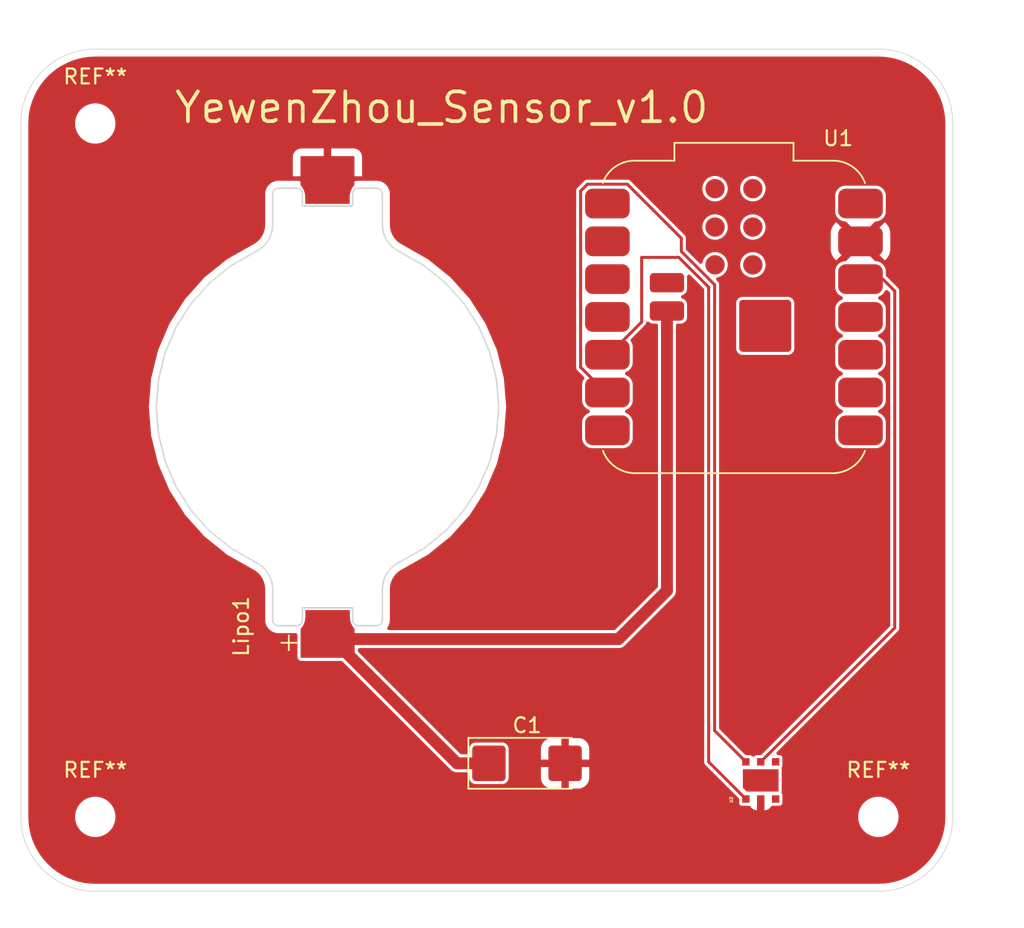
<source format=kicad_pcb>
(kicad_pcb (version 20241229) (generator "pcbnew") (generator_version "9.0")
  (layers (0 "F.Cu" signal) (2 "B.Cu" signal) (13 "F.Paste" user) (15 "B.Paste" user) (5 "F.SilkS" user "F.Silkscreen") (7 "B.SilkS" user "B.Silkscreen") (1 "F.Mask" user) (3 "B.Mask" user) (25 "Edge.Cuts" user))
  (net 0 "")
  (net 1 "Net-(U1-VCC_3V3)")
  (net 3 "GND")
  (net 5 "Net-(U1-D4)")
  (net 6 "Net-(U1-D5)")
  (net 13 "unconnected-(U1-D6-Pad7)")
  (net 17 "VCC")
  (footprint "MountingHole:MountingHole_2.2mm_M2" (layer "F.Cu") (at 86 114.2)
    (property "Reference" "REF**" (at 0 -3.15 0) (layer "F.SilkS"))
    (property "Value" "MountingHole_2.2mm_M2")
    (pad "" np_thru_hole circle (at 0 0) (size 2.2 2.2) (drill 2.2) (layers "*.Cu" "*.Mask"))
  )
  (footprint "MountingHole:MountingHole_2.2mm_M2" (layer "F.Cu") (at 138.6 114.2)
    (property "Reference" "REF**" (at 0 -3.15 0) (layer "F.SilkS"))
    (property "Value" "MountingHole_2.2mm_M2" (hide yes))
    (pad "" np_thru_hole circle (at 0 0) (size 2.2 2.2) (drill 2.2) (layers "*.Cu" "*.Mask"))
  )
  (footprint "Capacitor_Tantalum_SMD:CP_EIA-6032-28_Kemet-C_HandSolder" (layer "F.Cu") (at 115 110.6)
    (property "Reference" "C1" (at 0 -2.55 0) (layer "F.SilkS"))
    (property "Value" "C_Polarized_US")
    (fp_line (start -3.94 -1.71) (end -3.94 1.71) (stroke (width 0.12)) (layer "F.SilkS"))
    (fp_line (start -3.94 1.71) (end 3 1.71) (stroke (width 0.12)) (layer "F.SilkS"))
    (fp_line (start 3 -1.71) (end -3.94 -1.71) (stroke (width 0.12)) (layer "F.SilkS"))
    (pad "1" smd roundrect (at -2.5575 0) (size 2.245 2.39) (layers "F.Cu" "F.Mask" "F.Paste") (roundrect_rratio 0.111359) (net 17 "VCC"))
    (pad "2" smd roundrect (at 2.5575 0) (size 2.245 2.39) (layers "F.Cu" "F.Mask" "F.Paste") (roundrect_rratio 0.111359) (net 3 "GND"))
  )
  (footprint "HTU21D:QFN100P300X300X100-7N" (layer "F.Cu") (at 130.7 111.75 90)
    (property "Reference" "U2" (at -1.3 -1.980398 90) (layer "F.SilkS") (effects (font (size 0.200343 0.200343))))
    (property "Value" "HTU21D")
    (pad "1" smd rect (at -1.25 -1 90) (size 0.5 0.5) (layers "F.Cu" "F.Mask" "F.Paste") (net 5 "Net-(U1-D4)"))
    (pad "2" smd rect (at -1.25 0 90) (size 0.5 0.5) (layers "F.Cu" "F.Mask" "F.Paste") (net 3 "GND"))
    (pad "3" smd rect (at -1.25 1 90) (size 0.5 0.5) (layers "F.Cu" "F.Mask" "F.Paste"))
    (pad "4" smd rect (at 1.25 1 90) (size 0.5 0.5) (layers "F.Cu" "F.Mask" "F.Paste"))
    (pad "5" smd rect (at 1.25 0 90) (size 0.5 0.5) (layers "F.Cu" "F.Mask" "F.Paste") (net 1 "Net-(U1-VCC_3V3)"))
    (pad "6" smd rect (at 1.25 -1 90) (size 0.5 0.5) (layers "F.Cu" "F.Mask" "F.Paste") (net 6 "Net-(U1-D5)"))
    (pad "PAD" smd custom (at 0 0.2 90) (size 1.5 2) (layers "F.Cu" "F.Mask" "F.Paste") (options (clearance outline) (anchor rect)) (primitives (gr_poly (pts (xy -0.75 1) (xy 0.75 1) (xy 0.75 -1.4) (xy -0.5 -1.4) (xy -0.75 -1.15)) (width 0) (fill yes))))
  )
  (footprint "RF_Module:MCU_Seeed_ESP32C3" (layer "F.Cu") (at 128.9 80.6)
    (property "Reference" "U1" (at 7 -12 0) (layer "F.SilkS"))
    (property "Value" "XIAO ESP32C3")
    (fp_line (start -6.7 10.5) (end 6.7 10.5) (stroke (width 0.12)) (layer "F.SilkS"))
    (fp_line (start -4 -11.7) (end 4 -11.7) (stroke (width 0.12)) (layer "F.SilkS"))
    (fp_line (start -4 -10.5) (end -6.6 -10.5) (stroke (width 0.12)) (layer "F.SilkS"))
    (fp_line (start -4 -10.5) (end -4 -11.7) (stroke (width 0.12)) (layer "F.SilkS"))
    (fp_line (start 4 -11.7) (end 4 -10.5) (stroke (width 0.12)) (layer "F.SilkS"))
    (fp_line (start 6.6 -10.5) (end 4 -10.5) (stroke (width 0.12)) (layer "F.SilkS"))
    (fp_arc (start -8.812892 -9.00468) (mid -7.949609 -10.111769) (end -6.600468 -10.499999) (stroke (width 0.12)) (layer "F.SilkS"))
    (fp_arc (start -6.7 10.5) (mid -7.977232 10.068125) (end -8.8 9) (stroke (width 0.12)) (layer "F.SilkS"))
    (fp_arc (start 6.6 -10.499999) (mid 7.944325 -10.107116) (end 8.804034 -9.001464) (stroke (width 0.12)) (layer "F.SilkS"))
    (fp_arc (start 8.8 9) (mid 7.977232 10.068125) (end 6.7 10.5) (stroke (width 0.12)) (layer "F.SilkS"))
    (pad "1" smd roundrect (at -8.5 -7.62) (size 3 2) (layers "F.Cu" "F.Mask" "F.Paste"))
    (pad "2" smd roundrect (at -8.5 -5.08) (size 3 2) (layers "F.Cu" "F.Mask" "F.Paste"))
    (pad "3" smd roundrect (at -8.5 -2.54) (size 3 2) (layers "F.Cu" "F.Mask" "F.Paste"))
    (pad "4" smd roundrect (at -8.5 0) (size 3 2) (layers "F.Cu" "F.Mask" "F.Paste"))
    (pad "5" smd roundrect (at -8.5 2.54) (size 3 2) (layers "F.Cu" "F.Mask" "F.Paste") (net 5 "Net-(U1-D4)"))
    (pad "6" smd roundrect (at -8.5 5.08) (size 3 2) (layers "F.Cu" "F.Mask" "F.Paste") (net 6 "Net-(U1-D5)"))
    (pad "7" smd roundrect (at -8.5 7.62) (size 3 2) (layers "F.Cu" "F.Mask" "F.Paste") (net 13 "unconnected-(U1-D6-Pad7)"))
    (pad "8" smd roundrect (at 8.5 7.62) (size 3 2) (layers "F.Cu" "F.Mask" "F.Paste"))
    (pad "9" smd roundrect (at 8.5 5.08) (size 3 2) (layers "F.Cu" "F.Mask" "F.Paste"))
    (pad "10" smd roundrect (at 8.5 2.54) (size 3 2) (layers "F.Cu" "F.Mask" "F.Paste"))
    (pad "11" smd roundrect (at 8.5 0) (size 3 2) (layers "F.Cu" "F.Mask" "F.Paste"))
    (pad "12" smd roundrect (at 8.5 -2.54) (size 3 2) (layers "F.Cu" "F.Mask" "F.Paste") (net 1 "Net-(U1-VCC_3V3)"))
    (pad "13" smd roundrect (at 8.5 -5.08) (size 3 2) (layers "F.Cu" "F.Mask" "F.Paste") (net 3 "GND"))
    (pad "14" smd roundrect (at 8.5 -7.62) (size 3 2) (layers "F.Cu" "F.Mask" "F.Paste"))
    (pad "15" smd roundrect (at 2.1 0.6) (size 3.5 3.5) (property pad_prop_heatsink) (layers "F.Cu" "F.Mask") (roundrect_rratio 0.07142857143))
    (pad "16" smd roundrect (at -4.5 -0.4) (size 2.3 1.3) (layers "F.Cu" "F.Mask" "F.Paste") (roundrect_rratio 0.1923076923))
    (pad "17" smd roundrect (at -4.5 -2.3) (size 2.3 1.3) (layers "F.Cu" "F.Mask" "F.Paste") (roundrect_rratio 0.1923076923))
    (pad "18" smd circle (at -1.27 -8.62) (size 1.3 1.3) (layers "F.Cu" "F.Mask" "F.Paste"))
    (pad "19" smd circle (at -1.27 -6.04) (size 1.3 1.3) (layers "F.Cu" "F.Mask" "F.Paste"))
    (pad "20" smd circle (at -1.27 -3.5) (size 1.3 1.3) (layers "F.Cu" "F.Mask" "F.Paste"))
    (pad "21" smd circle (at 1.27 -3.5) (size 1.3 1.3) (layers "F.Cu" "F.Mask" "F.Paste"))
    (pad "22" smd circle (at 1.27 -6.04) (size 1.3 1.3) (layers "F.Cu" "F.Mask" "F.Paste"))
    (pad "23" smd circle (at 1.27 -8.62) (size 1.3 1.3) (layers "F.Cu" "F.Mask" "F.Paste"))
  )
  (footprint "Battery:BatteryHolder_Keystone_1057_1x2032" (layer "F.Cu") (at 101.6 86.65 90)
    (property "Reference" "Lipo1" (at -14.75 -5.8 90) (layer "F.SilkS"))
    (property "Value" "Battery")
    (fp_line (start -15.85 -3.1) (end -15.85 -2.1) (stroke (width 0.12)) (layer "F.SilkS"))
    (fp_line (start -15.35 -2.6) (end -16.35 -2.6) (stroke (width 0.12)) (layer "F.SilkS"))
    (fp_line (start 0 -11.5) (end 1.858309 -11.348863) (stroke (width 0.1)) (layer "Edge.Cuts"))
    (fp_line (start 1.858309 -11.348863) (end 3.667774 -10.899424) (stroke (width 0.1)) (layer "Edge.Cuts"))
    (fp_line (start -1.858308 -11.348863) (end 0 -11.5) (stroke (width 0.1)) (layer "Edge.Cuts"))
    (fp_line (start 3.667774 -10.899424) (end 5.380831 -10.163496) (stroke (width 0.1)) (layer "Edge.Cuts"))
    (fp_line (start -3.667773 -10.899424) (end -1.858308 -11.348863) (stroke (width 0.1)) (layer "Edge.Cuts"))
    (fp_line (start 5.380831 -10.163496) (end 6.952455 -9.160424) (stroke (width 0.1)) (layer "Edge.Cuts"))
    (fp_line (start -5.38083 -10.163496) (end -3.667773 -10.899424) (stroke (width 0.1)) (layer "Edge.Cuts"))
    (fp_line (start 6.952455 -9.160424) (end 8.341336 -7.916572) (stroke (width 0.1)) (layer "Edge.Cuts"))
    (fp_line (start -6.952454 -9.160424) (end -5.38083 -10.163496) (stroke (width 0.1)) (layer "Edge.Cuts"))
    (fp_line (start 8.341336 -7.916572) (end 9.510967 -6.464636) (stroke (width 0.1)) (layer "Edge.Cuts"))
    (fp_line (start -8.341335 -7.916572) (end -6.952454 -9.160424) (stroke (width 0.1)) (layer "Edge.Cuts"))
    (fp_line (start 9.510967 -6.464636) (end 10.430604 -4.842778) (stroke (width 0.1)) (layer "Edge.Cuts"))
    (fp_line (start -9.510966 -6.464636) (end -8.341335 -7.916572) (stroke (width 0.1)) (layer "Edge.Cuts"))
    (fp_line (start 10.430604 -4.842778) (end 10.590541 -4.560716) (stroke (width 0.1)) (layer "Edge.Cuts"))
    (fp_line (start -10.430603 -4.842778) (end -9.510966 -6.464636) (stroke (width 0.1)) (layer "Edge.Cuts"))
    (fp_line (start 10.590541 -4.560716) (end 10.793955 -4.308205) (stroke (width 0.1)) (layer "Edge.Cuts"))
    (fp_line (start -10.59054 -4.560716) (end -10.430603 -4.842778) (stroke (width 0.1)) (layer "Edge.Cuts"))
    (fp_line (start 10.793955 -4.308205) (end 11.035499 -4.091883) (stroke (width 0.1)) (layer "Edge.Cuts"))
    (fp_line (start -10.793954 -4.308205) (end -10.59054 -4.560716) (stroke (width 0.1)) (layer "Edge.Cuts"))
    (fp_line (start 11.035499 -4.091883) (end 11.308825 -3.917435) (stroke (width 0.1)) (layer "Edge.Cuts"))
    (fp_line (start -11.035498 -4.091883) (end -10.793954 -4.308205) (stroke (width 0.1)) (layer "Edge.Cuts"))
    (fp_line (start 11.308825 -3.917435) (end 11.606748 -3.789448) (stroke (width 0.1)) (layer "Edge.Cuts"))
    (fp_line (start -11.308824 -3.917435) (end -11.035498 -4.091883) (stroke (width 0.1)) (layer "Edge.Cuts"))
    (fp_line (start 11.606748 -3.789448) (end 11.921438 -3.711285) (stroke (width 0.1)) (layer "Edge.Cuts"))
    (fp_line (start -11.606747 -3.789448) (end -11.308824 -3.917435) (stroke (width 0.1)) (layer "Edge.Cuts"))
    (fp_line (start 11.921438 -3.711285) (end 12.244622 -3.685) (stroke (width 0.1)) (layer "Edge.Cuts"))
    (fp_line (start -11.921437 -3.711285) (end -11.606747 -3.789448) (stroke (width 0.1)) (layer "Edge.Cuts"))
    (fp_line (start 12.244622 -3.685) (end 14.3 -3.685) (stroke (width 0.1)) (layer "Edge.Cuts"))
    (fp_line (start -12.244621 -3.685) (end -11.921437 -3.711285) (stroke (width 0.1)) (layer "Edge.Cuts"))
    (fp_line (start -14.3 -3.685) (end -12.244621 -3.685) (stroke (width 0.1)) (layer "Edge.Cuts"))
    (fp_line (start 14.7 -3.285) (end 14.7 -2.08505) (stroke (width 0.1)) (layer "Edge.Cuts"))
    (fp_line (start -14.7 -2.08505) (end -14.7 -3.285) (stroke (width 0.1)) (layer "Edge.Cuts"))
    (fp_line (start 14.3 -1.68505) (end 13.5 -1.68505) (stroke (width 0.1)) (layer "Edge.Cuts"))
    (fp_line (start 13.5 -1.68505) (end 13.5 1.684949) (stroke (width 0.1)) (layer "Edge.Cuts"))
    (fp_line (start -13.5 -1.68505) (end -14.3 -1.68505) (stroke (width 0.1)) (layer "Edge.Cuts"))
    (fp_line (start 13.5 1.684949) (end 14.3 1.68505) (stroke (width 0.1)) (layer "Edge.Cuts"))
    (fp_line (start -13.5 1.684949) (end -13.5 -1.68505) (stroke (width 0.1)) (layer "Edge.Cuts"))
    (fp_line (start -14.3 1.684949) (end -13.5 1.684949) (stroke (width 0.1)) (layer "Edge.Cuts"))
    (fp_line (start 14.7 2.082843) (end 14.7 3.282793) (stroke (width 0.1)) (layer "Edge.Cuts"))
    (fp_line (start -14.7 3.284899) (end -14.7 2.084949) (stroke (width 0.1)) (layer "Edge.Cuts"))
    (fp_line (start 14.3 3.682793) (end 12.244622 3.684999) (stroke (width 0.1)) (layer "Edge.Cuts"))
    (fp_line (start 12.244622 3.684999) (end 11.921438 3.711284) (stroke (width 0.1)) (layer "Edge.Cuts"))
    (fp_line (start -12.244621 3.684999) (end -14.3 3.684899) (stroke (width 0.1)) (layer "Edge.Cuts"))
    (fp_line (start 11.921438 3.711284) (end 11.606748 3.789447) (stroke (width 0.1)) (layer "Edge.Cuts"))
    (fp_line (start -11.921437 3.711284) (end -12.244621 3.684999) (stroke (width 0.1)) (layer "Edge.Cuts"))
    (fp_line (start 11.606748 3.789447) (end 11.308825 3.917434) (stroke (width 0.1)) (layer "Edge.Cuts"))
    (fp_line (start -11.606747 3.789447) (end -11.921437 3.711284) (stroke (width 0.1)) (layer "Edge.Cuts"))
    (fp_line (start 11.308825 3.917434) (end 11.035499 4.091882) (stroke (width 0.1)) (layer "Edge.Cuts"))
    (fp_line (start -11.308824 3.917434) (end -11.606747 3.789447) (stroke (width 0.1)) (layer "Edge.Cuts"))
    (fp_line (start 11.035499 4.091882) (end 10.793955 4.308204) (stroke (width 0.1)) (layer "Edge.Cuts"))
    (fp_line (start -11.035498 4.091882) (end -11.308824 3.917434) (stroke (width 0.1)) (layer "Edge.Cuts"))
    (fp_line (start 10.793955 4.308204) (end 10.590541 4.560715) (stroke (width 0.1)) (layer "Edge.Cuts"))
    (fp_line (start -10.793954 4.308204) (end -11.035498 4.091882) (stroke (width 0.1)) (layer "Edge.Cuts"))
    (fp_line (start 10.590541 4.560715) (end 10.430604 4.842777) (stroke (width 0.1)) (layer "Edge.Cuts"))
    (fp_line (start -10.59054 4.560715) (end -10.793954 4.308204) (stroke (width 0.1)) (layer "Edge.Cuts"))
    (fp_line (start 10.430604 4.842777) (end 9.510967 6.464635) (stroke (width 0.1)) (layer "Edge.Cuts"))
    (fp_line (start -10.430603 4.842777) (end -10.59054 4.560715) (stroke (width 0.1)) (layer "Edge.Cuts"))
    (fp_line (start 9.510967 6.464635) (end 8.341336 7.916571) (stroke (width 0.1)) (layer "Edge.Cuts"))
    (fp_line (start -9.510966 6.464635) (end -10.430603 4.842777) (stroke (width 0.1)) (layer "Edge.Cuts"))
    (fp_line (start 8.341336 7.916571) (end 6.952455 9.160423) (stroke (width 0.1)) (layer "Edge.Cuts"))
    (fp_line (start -8.341335 7.916571) (end -9.510966 6.464635) (stroke (width 0.1)) (layer "Edge.Cuts"))
    (fp_line (start 6.952455 9.160423) (end 5.380831 10.163495) (stroke (width 0.1)) (layer "Edge.Cuts"))
    (fp_line (start -6.952454 9.160423) (end -8.341335 7.916571) (stroke (width 0.1)) (layer "Edge.Cuts"))
    (fp_line (start 5.380831 10.163495) (end 3.667774 10.899423) (stroke (width 0.1)) (layer "Edge.Cuts"))
    (fp_line (start -5.38083 10.163495) (end -6.952454 9.160423) (stroke (width 0.1)) (layer "Edge.Cuts"))
    (fp_line (start 3.667774 10.899423) (end 1.858309 11.348862) (stroke (width 0.1)) (layer "Edge.Cuts"))
    (fp_line (start -3.667773 10.899423) (end -5.38083 10.163495) (stroke (width 0.1)) (layer "Edge.Cuts"))
    (fp_line (start 1.858309 11.348862) (end 0 11.499999) (stroke (width 0.1)) (layer "Edge.Cuts"))
    (fp_line (start -1.858308 11.348862) (end -3.667773 10.899423) (stroke (width 0.1)) (layer "Edge.Cuts"))
    (fp_line (start 0 11.499999) (end -1.858308 11.348862) (stroke (width 0.1)) (layer "Edge.Cuts"))
    (fp_arc (start 14.3 -3.685) (mid 14.582843 -3.567843) (end 14.7 -3.285) (stroke (width 0.1)) (layer "Edge.Cuts"))
    (fp_arc (start -14.7 -3.285) (mid -14.582843 -3.567843) (end -14.3 -3.685) (stroke (width 0.1)) (layer "Edge.Cuts"))
    (fp_arc (start 14.7 -2.08505) (mid 14.582843 -1.802207) (end 14.3 -1.68505) (stroke (width 0.1)) (layer "Edge.Cuts"))
    (fp_arc (start -14.3 -1.68505) (mid -14.582843 -1.802207) (end -14.7 -2.08505) (stroke (width 0.1)) (layer "Edge.Cuts"))
    (fp_arc (start 14.3 1.68505) (mid 14.582843 1.802207) (end 14.7 2.08505) (stroke (width 0.1)) (layer "Edge.Cuts"))
    (fp_arc (start -14.7 2.084949) (mid -14.582843 1.802106) (end -14.3 1.684949) (stroke (width 0.1)) (layer "Edge.Cuts"))
    (fp_arc (start 14.7 3.282793) (mid 14.582843 3.565636) (end 14.3 3.682793) (stroke (width 0.1)) (layer "Edge.Cuts"))
    (fp_arc (start -14.3 3.684899) (mid -14.582843 3.567742) (end -14.7 3.284899) (stroke (width 0.1)) (layer "Edge.Cuts"))
    (pad "1" smd custom (at -15.15 -0.1 90) (size 1 1) (layers "F.Cu" "F.Mask" "F.Paste") (net 17 "VCC") (options (clearance outline) (anchor rect)) (primitives (gr_poly (pts (xy 0.2 -1.65) (xy 0.271537 -1.594563) (xy 0.343074 -1.539127) (xy 0.500662 -1.450081) (xy 0.58506 -1.417404) (xy 0.669458 -1.384728) (xy 0.757691 -1.364583) (xy 0.845923 -1.344438) (xy 1.026357 -1.330056) (xy 1.235196 -1.330056) (xy 1.444035 -1.330057) (xy 1.444034 1.539942) (xy 1.044035 1.539967) (xy 0.86174 1.553331) (xy 0.683343 1.593137) (xy 0.512659 1.658535) (xy 0.353336 1.748125) (xy 0.28106 1.804058) (xy 0.208783 1.859992) (xy -1.65 1.859992) (xy -1.65 -1.650007)) (width 0.12) (fill yes))))
    (pad "2" smd custom (at 15.15 0.1 270) (size 1 1) (layers "F.Cu" "F.Mask" "F.Paste") (net 3 "GND") (options (clearance outline) (anchor rect)) (primitives (gr_poly (pts (xy 0.2 -1.65) (xy 0.271537 -1.594563) (xy 0.343074 -1.539127) (xy 0.500662 -1.450081) (xy 0.58506 -1.417404) (xy 0.669458 -1.384728) (xy 0.757691 -1.364583) (xy 0.845923 -1.344438) (xy 1.026357 -1.330056) (xy 1.235196 -1.330056) (xy 1.444035 -1.330057) (xy 1.444034 1.539942) (xy 1.044035 1.539967) (xy 0.86174 1.553331) (xy 0.683343 1.593137) (xy 0.512659 1.658535) (xy 0.353336 1.748125) (xy 0.28106 1.804058) (xy 0.208783 1.859992) (xy -1.65 1.859992) (xy -1.65 -1.650007)) (width 0.12) (fill yes))))
  )
  (footprint "MountingHole:MountingHole_2.2mm_M2" (layer "F.Cu") (at 86 67.6)
    (property "Reference" "REF**" (at 0 -3.15 0) (layer "F.SilkS"))
    (property "Value" "MountingHole_2.2mm_M2" (hide yes))
    (pad "" np_thru_hole circle (at 0 0) (size 2.2 2.2) (drill 2.2) (layers "*.Cu" "*.Mask"))
  )
  (gr_line (start 81 114.2) (end 81 67.6) (stroke (width 0.05)) (layer "Edge.Cuts"))
  (gr_arc (start 86 119.2) (mid 82.464466 117.735534) (end 81 114.2) (stroke (width 0.05)) (layer "Edge.Cuts"))
  (gr_line (start 143.6 67.6) (end 143.6 114.2) (stroke (width 0.05)) (layer "Edge.Cuts"))
  (gr_line (start 86 62.6) (end 138.6 62.6) (stroke (width 0.05)) (layer "Edge.Cuts"))
  (gr_line (start 138.6 119.2) (end 86 119.2) (stroke (width 0.05)) (layer "Edge.Cuts"))
  (gr_arc (start 81 67.6) (mid 82.464466 64.064466) (end 86 62.6) (stroke (width 0.05)) (layer "Edge.Cuts"))
  (gr_arc (start 143.6 114.2) (mid 142.135534 117.735534) (end 138.6 119.2) (stroke (width 0.05)) (layer "Edge.Cuts"))
  (gr_arc (start 138.6 62.6) (mid 142.135534 64.064466) (end 143.6 67.6) (stroke (width 0.05)) (layer "Edge.Cuts"))
  (gr_text "YewenZhou_Sensor_v1.0" (at 91.2 67.7 0) (layer "F.SilkS") (effects (font (size 2 2) (thickness 0.25)) (justify left bottom)))
  (segment (start 130.7 110.5) (end 139.7 101.5) (width 0.2) (layer "F.Cu") (net 1))
  (segment (start 138.9 78.06) (end 137.4 78.06) (width 0.2) (layer "F.Cu") (net 1))
  (segment (start 139.7 78.86) (end 138.9 78.06) (width 0.2) (layer "F.Cu") (net 1))
  (segment (start 139.7 101.5) (end 139.7 78.86) (width 0.2) (layer "F.Cu") (net 1))
  (segment (start 122.7 80.940058) (end 122.7 76.6) (width 0.2) (layer "F.Cu") (net 5))
  (segment (start 127.2 78.6) (end 127.2 110.5) (width 0.2) (layer "F.Cu") (net 5))
  (segment (start 120.500058 83.14) (end 122.7 80.940058) (width 0.2) (layer "F.Cu") (net 5))
  (segment (start 119.24 83.14) (end 120.4 83.14) (width 0.2) (layer "F.Cu") (net 5))
  (segment (start 122.7 76.6) (end 125.2 76.6) (width 0.2) (layer "F.Cu") (net 5))
  (segment (start 127.2 110.5) (end 129.7 113) (width 0.2) (layer "F.Cu") (net 5))
  (segment (start 120.500058 83.14) (end 120.4 83.14) (width 0.2) (layer "F.Cu") (net 5))
  (segment (start 125.2 76.6) (end 127.2 78.6) (width 0.2) (layer "F.Cu") (net 5))
  (segment (start 127.601 108.401) (end 129.7 110.5) (width 0.2) (layer "F.Cu") (net 6))
  (segment (start 125.3661 75.306042) (end 125.3661 76.199) (width 0.2) (layer "F.Cu") (net 6))
  (segment (start 120.299942 85.68) (end 118.599 83.979058) (width 0.2) (layer "F.Cu") (net 6))
  (segment (start 118.599 72.140942) (end 119.060942 71.679) (width 0.2) (layer "F.Cu") (net 6))
  (segment (start 127.601 78.4339) (end 127.601 108.401) (width 0.2) (layer "F.Cu") (net 6))
  (segment (start 125.3661 76.199) (end 127.601 78.4339) (width 0.2) (layer "F.Cu") (net 6))
  (segment (start 118.599 83.979058) (end 118.599 72.140942) (width 0.2) (layer "F.Cu") (net 6))
  (segment (start 120.4 85.68) (end 120.299942 85.68) (width 0.2) (layer "F.Cu") (net 6))
  (segment (start 119.060942 71.679) (end 121.739058 71.679) (width 0.2) (layer "F.Cu") (net 6))
  (segment (start 121.739058 71.679) (end 125.3661 75.306042) (width 0.2) (layer "F.Cu") (net 6))
  (segment (start 120.4 88.22) (end 119.810735 88.22) (width 0.2) (layer "F.Cu") (net 13))
  (segment (start 110.3 110.6) (end 112.4425 110.6) (width 0.8) (layer "F.Cu") (net 17))
  (segment (start 101.951 102.251) (end 121.149 102.251) (width 0.8) (layer "F.Cu") (net 17))
  (segment (start 101.5 101.8) (end 101.951 102.251) (width 0.8) (layer "F.Cu") (net 17))
  (segment (start 124.4 99) (end 124.4 80.2) (width 0.8) (layer "F.Cu") (net 17))
  (segment (start 121.149 102.251) (end 124.4 99) (width 0.8) (layer "F.Cu") (net 17))
  (segment (start 101.5 101.8) (end 110.3 110.6) (width 0.8) (layer "F.Cu") (net 17))
  (zone (net 3) (net_name "GND") (layer "F.Cu") (connect_pads (clearance 0.2)) (min_thickness 0.25) (fill yes (thermal_gap 0.5) (thermal_bridge_width 0.5))
    (polygon (pts (xy 80.4 59.3) (xy 79.6 121.3) (xy 148.4 121.7) (xy 147.1 59.4) (xy 80.7 59.3)))
  )
)
</source>
